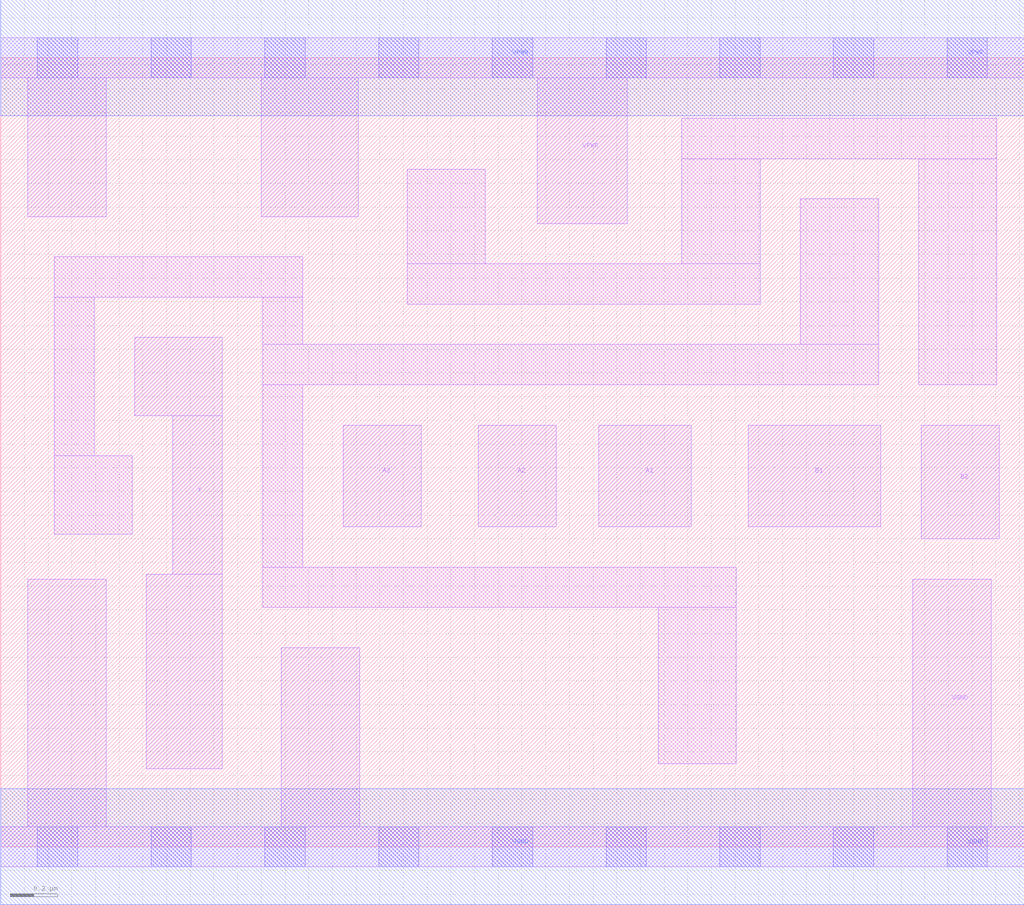
<source format=lef>
# Copyright 2020 The SkyWater PDK Authors
#
# Licensed under the Apache License, Version 2.0 (the "License");
# you may not use this file except in compliance with the License.
# You may obtain a copy of the License at
#
#     https://www.apache.org/licenses/LICENSE-2.0
#
# Unless required by applicable law or agreed to in writing, software
# distributed under the License is distributed on an "AS IS" BASIS,
# WITHOUT WARRANTIES OR CONDITIONS OF ANY KIND, either express or implied.
# See the License for the specific language governing permissions and
# limitations under the License.
#
# SPDX-License-Identifier: Apache-2.0

VERSION 5.7 ;
  NAMESCASESENSITIVE ON ;
  NOWIREEXTENSIONATPIN ON ;
  DIVIDERCHAR "/" ;
  BUSBITCHARS "[]" ;
UNITS
  DATABASE MICRONS 200 ;
END UNITS
MACRO sky130_fd_sc_hs__a32o_2
  CLASS CORE ;
  SOURCE USER ;
  FOREIGN sky130_fd_sc_hs__a32o_2 ;
  ORIGIN  0.000000  0.000000 ;
  SIZE  4.320000 BY  3.330000 ;
  SYMMETRY X Y ;
  SITE unit ;
  PIN A1
    ANTENNAGATEAREA  0.261000 ;
    DIRECTION INPUT ;
    USE SIGNAL ;
    PORT
      LAYER li1 ;
        RECT 2.525000 1.350000 2.915000 1.780000 ;
    END
  END A1
  PIN A2
    ANTENNAGATEAREA  0.261000 ;
    DIRECTION INPUT ;
    USE SIGNAL ;
    PORT
      LAYER li1 ;
        RECT 2.015000 1.350000 2.345000 1.780000 ;
    END
  END A2
  PIN A3
    ANTENNAGATEAREA  0.261000 ;
    DIRECTION INPUT ;
    USE SIGNAL ;
    PORT
      LAYER li1 ;
        RECT 1.445000 1.350000 1.775000 1.780000 ;
    END
  END A3
  PIN B1
    ANTENNAGATEAREA  0.261000 ;
    DIRECTION INPUT ;
    USE SIGNAL ;
    PORT
      LAYER li1 ;
        RECT 3.155000 1.350000 3.715000 1.780000 ;
    END
  END B1
  PIN B2
    ANTENNAGATEAREA  0.261000 ;
    DIRECTION INPUT ;
    USE SIGNAL ;
    PORT
      LAYER li1 ;
        RECT 3.885000 1.300000 4.215000 1.780000 ;
    END
  END B2
  PIN X
    ANTENNADIFFAREA  0.550600 ;
    DIRECTION OUTPUT ;
    USE SIGNAL ;
    PORT
      LAYER li1 ;
        RECT 0.565000 1.820000 0.935000 2.150000 ;
        RECT 0.615000 0.330000 0.935000 1.150000 ;
        RECT 0.725000 1.150000 0.935000 1.820000 ;
    END
  END X
  PIN VGND
    DIRECTION INOUT ;
    USE GROUND ;
    PORT
      LAYER li1 ;
        RECT 0.000000 -0.085000 4.320000 0.085000 ;
        RECT 0.115000  0.085000 0.445000 1.130000 ;
        RECT 1.185000  0.085000 1.515000 0.840000 ;
        RECT 3.850000  0.085000 4.180000 1.130000 ;
      LAYER mcon ;
        RECT 0.155000 -0.085000 0.325000 0.085000 ;
        RECT 0.635000 -0.085000 0.805000 0.085000 ;
        RECT 1.115000 -0.085000 1.285000 0.085000 ;
        RECT 1.595000 -0.085000 1.765000 0.085000 ;
        RECT 2.075000 -0.085000 2.245000 0.085000 ;
        RECT 2.555000 -0.085000 2.725000 0.085000 ;
        RECT 3.035000 -0.085000 3.205000 0.085000 ;
        RECT 3.515000 -0.085000 3.685000 0.085000 ;
        RECT 3.995000 -0.085000 4.165000 0.085000 ;
      LAYER met1 ;
        RECT 0.000000 -0.245000 4.320000 0.245000 ;
    END
  END VGND
  PIN VPWR
    DIRECTION INOUT ;
    USE POWER ;
    PORT
      LAYER li1 ;
        RECT 0.000000 3.245000 4.320000 3.415000 ;
        RECT 0.115000 2.660000 0.445000 3.245000 ;
        RECT 1.100000 2.660000 1.510000 3.245000 ;
        RECT 2.265000 2.630000 2.645000 3.245000 ;
      LAYER mcon ;
        RECT 0.155000 3.245000 0.325000 3.415000 ;
        RECT 0.635000 3.245000 0.805000 3.415000 ;
        RECT 1.115000 3.245000 1.285000 3.415000 ;
        RECT 1.595000 3.245000 1.765000 3.415000 ;
        RECT 2.075000 3.245000 2.245000 3.415000 ;
        RECT 2.555000 3.245000 2.725000 3.415000 ;
        RECT 3.035000 3.245000 3.205000 3.415000 ;
        RECT 3.515000 3.245000 3.685000 3.415000 ;
        RECT 3.995000 3.245000 4.165000 3.415000 ;
      LAYER met1 ;
        RECT 0.000000 3.085000 4.320000 3.575000 ;
    END
  END VPWR
  OBS
    LAYER li1 ;
      RECT 0.225000 1.320000 0.555000 1.650000 ;
      RECT 0.225000 1.650000 0.395000 2.320000 ;
      RECT 0.225000 2.320000 1.275000 2.490000 ;
      RECT 1.105000 1.010000 3.105000 1.180000 ;
      RECT 1.105000 1.180000 1.275000 1.950000 ;
      RECT 1.105000 1.950000 3.705000 2.120000 ;
      RECT 1.105000 2.120000 1.275000 2.320000 ;
      RECT 1.715000 2.290000 3.205000 2.460000 ;
      RECT 1.715000 2.460000 2.045000 2.860000 ;
      RECT 2.775000 0.350000 3.105000 1.010000 ;
      RECT 2.875000 2.460000 3.205000 2.905000 ;
      RECT 2.875000 2.905000 4.205000 3.075000 ;
      RECT 3.375000 2.120000 3.705000 2.735000 ;
      RECT 3.875000 1.950000 4.205000 2.905000 ;
  END
END sky130_fd_sc_hs__a32o_2

</source>
